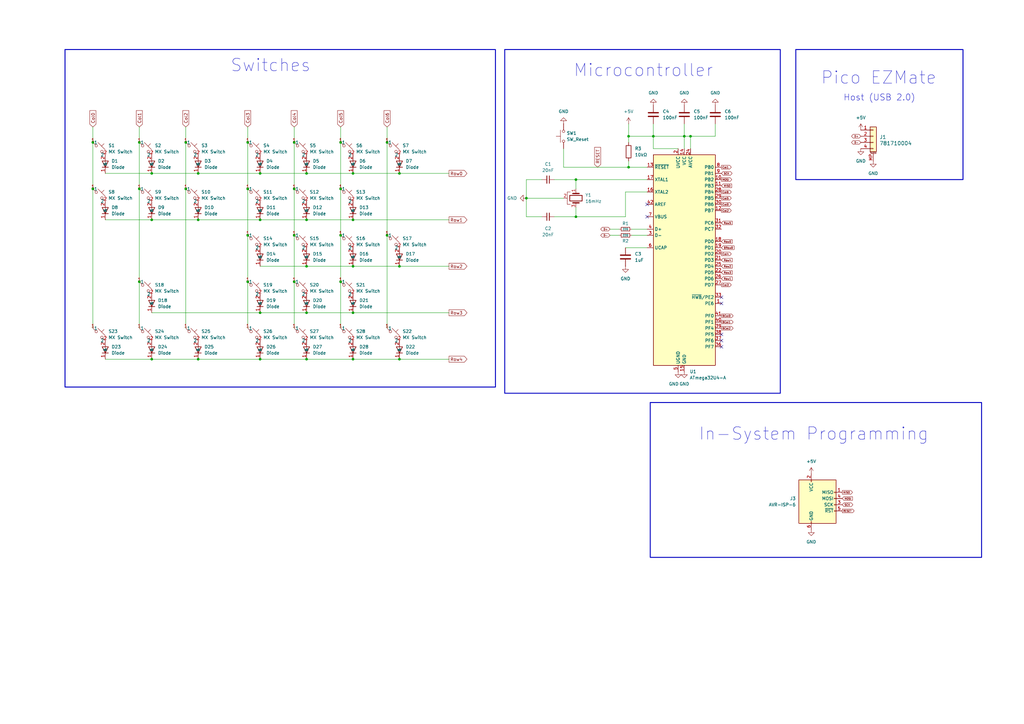
<source format=kicad_sch>
(kicad_sch (version 20231120) (generator "eeschema") (generator_version "8.0")
  (paper "A3")
  (lib_symbols
    (symbol "Connector:AVR-ISP-6" (pin_names (offset 1.016))
      (property "Reference" "J" (at -6.35 11.43 0))
      (property "Value" "AVR-ISP-6" (at 0 11.43 0))
      (symbol "AVR-ISP-6_0_1"
        (rectangle (start -2.667 -6.858) (end -2.413 -7.62))
        (rectangle (start -2.667 10.16) (end -2.413 9.398))
        (rectangle (start 7.62 -2.413) (end 6.858 -2.667))
        (rectangle (start 7.62 0.127) (end 6.858 -0.127))
        (rectangle (start 7.62 2.667) (end 6.858 2.413))
        (rectangle (start 7.62 5.207) (end 6.858 4.953))
        (rectangle (start 7.62 10.16) (end -7.62 -7.62) (stroke (width 0.254)) (fill (type background)))
      )
      (symbol "AVR-ISP-6_1_1"
        (pin passive line (at 10.16 5.08 180) (length 2.54) (name "MISO") (number "1"))
        (pin passive line (at -2.54 12.7 270) (length 2.54) (name "VCC") (number "2"))
        (pin passive line (at 10.16 0 180) (length 2.54) (name "SCK") (number "3"))
        (pin passive line (at 10.16 2.54 180) (length 2.54) (name "MOSI") (number "4"))
        (pin passive line (at 10.16 -2.54 180) (length 2.54) (name "~{RST}") (number "5"))
        (pin passive line (at -2.54 -10.16 90) (length 2.54) (name "GND") (number "6"))
      )
    )
    (symbol "Connector_Generic_MountingPin:Conn_01x04_MountingPin" (pin_names (offset 1.016) hide)
      (property "Reference" "J" (at 0 5.08 0))
      (property "Value" "Conn_01x04_MountingPin" (at 1.27 -7.62 0))
      (symbol "Conn_01x04_MountingPin_1_1"
        (rectangle (start -1.27 -4.953) (end 0 -5.207) (stroke (width 0.1524)))
        (rectangle (start -1.27 -2.413) (end 0 -2.667) (stroke (width 0.1524)))
        (rectangle (start -1.27 0.127) (end 0 -0.127) (stroke (width 0.1524)))
        (rectangle (start -1.27 2.667) (end 0 2.413) (stroke (width 0.1524)))
        (rectangle (start -1.27 3.81) (end 1.27 -6.35) (stroke (width 0.254)) (fill (type background)))
        (polyline (pts (xy -1.016 -7.112) (xy 1.016 -7.112)) (stroke (width 0.1524)))
        (text "Mounting" (at 0 -6.731 0) (effects (font (size 0.381 0.381))))
        (pin passive line (at -5.08 2.54 0) (length 3.81) (name "Pin_1") (number "1"))
        (pin passive line (at -5.08 0 0) (length 3.81) (name "Pin_2") (number "2"))
        (pin passive line (at -5.08 -2.54 0) (length 3.81) (name "Pin_3") (number "3"))
        (pin passive line (at -5.08 -5.08 0) (length 3.81) (name "Pin_4") (number "4"))
        (pin passive line (at 0 -10.16 90) (length 3.048) (name "MountPin") (number "MP"))
      )
    )
    (symbol "Device:C" (pin_numbers hide) (pin_names (offset 0.254))
      (property "Reference" "C" (at 0.635 2.54 0))
      (property "Value" "C" (at 0.635 -2.54 0))
      (symbol "C_0_1"
        (polyline (pts (xy -2.032 -0.762) (xy 2.032 -0.762)) (stroke (width 0.508)))
        (polyline (pts (xy -2.032 0.762) (xy 2.032 0.762)) (stroke (width 0.508)))
      )
      (symbol "C_1_1"
        (pin passive line (at 0 3.81 270) (length 2.794) (name "~") (number "1"))
        (pin passive line (at 0 -3.81 90) (length 2.794) (name "~") (number "2"))
      )
    )
    (symbol "Device:C_Small" (pin_numbers hide) (pin_names (offset 0.254) hide)
      (property "Reference" "C" (at 0.254 1.778 0))
      (property "Value" "C_Small" (at 0.254 -2.032 0))
      (symbol "C_Small_0_1"
        (polyline (pts (xy -1.524 -0.508) (xy 1.524 -0.508)) (stroke (width 0.3302)))
        (polyline (pts (xy -1.524 0.508) (xy 1.524 0.508)) (stroke (width 0.3048)))
      )
      (symbol "C_Small_1_1"
        (pin passive line (at 0 2.54 270) (length 2.032) (name "~") (number "1"))
        (pin passive line (at 0 -2.54 90) (length 2.032) (name "~") (number "2"))
      )
    )
    (symbol "Device:Crystal_GND2" (pin_names (offset 1.016) hide)
      (property "Reference" "Y" (at 0 5.715 0))
      (property "Value" "Crystal_GND2" (at 0 3.81 0))
      (symbol "Crystal_GND2_0_1"
        (rectangle (start -1.143 2.54) (end 1.143 -2.54) (stroke (width 0.3048)))
        (polyline (pts (xy -2.54 0) (xy -1.905 0)))
        (polyline (pts (xy -1.905 -1.27) (xy -1.905 1.27)) (stroke (width 0.508)))
        (polyline (pts (xy 0 -3.81) (xy 0 -3.556)))
        (polyline (pts (xy 1.905 0) (xy 2.54 0)))
        (polyline (pts (xy 1.905 1.27) (xy 1.905 -1.27)) (stroke (width 0.508)))
        (polyline (pts (xy -2.54 -2.286) (xy -2.54 -3.556) (xy 2.54 -3.556) (xy 2.54 -2.286)))
      )
      (symbol "Crystal_GND2_1_1"
        (pin passive line (at -3.81 0 0) (length 1.27) (name "1") (number "1"))
        (pin passive line (at 0 -5.08 90) (length 1.27) (name "2") (number "2"))
        (pin passive line (at 3.81 0 180) (length 1.27) (name "3") (number "3"))
      )
    )
    (symbol "Device:R" (pin_numbers hide) (pin_names (offset 0))
      (property "Reference" "R" (at 2.032 0 90))
      (property "Value" "R" (at 0 0 90))
      (symbol "R_0_1"
        (rectangle (start -1.016 -2.54) (end 1.016 2.54) (stroke (width 0.254)))
      )
      (symbol "R_1_1"
        (pin passive line (at 0 3.81 270) (length 1.27) (name "~") (number "1"))
        (pin passive line (at 0 -3.81 90) (length 1.27) (name "~") (number "2"))
      )
    )
    (symbol "Device:R_Small" (pin_numbers hide) (pin_names (offset 0.254) hide)
      (property "Reference" "R" (at 0.762 0.508 0))
      (property "Value" "R_Small" (at 0.762 -1.016 0))
      (symbol "R_Small_0_1"
        (rectangle (start -0.762 1.778) (end 0.762 -1.778) (stroke (width 0.2032)))
      )
      (symbol "R_Small_1_1"
        (pin passive line (at 0 2.54 270) (length 0.762) (name "~") (number "1"))
        (pin passive line (at 0 -2.54 90) (length 0.762) (name "~") (number "2"))
      )
    )
    (symbol "GND_9" (power) (pin_numbers hide) (pin_names (offset 0) hide)
      (property "Value" "GND" (at 0 -3.81 0))
      (symbol "GND_9_0_1"
        (polyline (pts (xy 0 0) (xy 0 -1.27) (xy 1.27 -1.27) (xy 0 -2.54) (xy -1.27 -1.27) (xy 0 -1.27)))
      )
      (symbol "GND_9_1_1"
        (pin power_in line (at 0 0 270) (length 0) (name "~") (number "1"))
      )
    )
    (symbol "MCU_Microchip_ATmega:ATmega32U4-A"
      (property "Reference" "U" (at -12.7 44.45 0))
      (property "Value" "ATmega32U4-A" (at 2.54 -44.45 0))
      (symbol "ATmega32U4-A_0_1"
        (rectangle (start -12.7 -43.18) (end 12.7 43.18) (stroke (width 0.254)) (fill (type background)))
      )
      (symbol "ATmega32U4-A_1_1"
        (pin bidirectional line (at 15.24 -17.78 180) (length 2.54) (name "PE6") (number "1"))
        (pin bidirectional line (at 15.24 33.02 180) (length 2.54) (name "PB2") (number "10"))
        (pin bidirectional line (at 15.24 30.48 180) (length 2.54) (name "PB3") (number "11"))
        (pin bidirectional line (at 15.24 20.32 180) (length 2.54) (name "PB7") (number "12"))
        (pin input line (at -15.24 38.1 0) (length 2.54) (name "~{RESET}") (number "13"))
        (pin power_in line (at 0 45.72 270) (length 2.54) (name "VCC") (number "14"))
        (pin power_in line (at 0 -45.72 90) (length 2.54) (name "GND") (number "15"))
        (pin output line (at -15.24 27.94 0) (length 2.54) (name "XTAL2") (number "16"))
        (pin input line (at -15.24 33.02 0) (length 2.54) (name "XTAL1") (number "17"))
        (pin bidirectional line (at 15.24 7.62 180) (length 2.54) (name "PD0") (number "18"))
        (pin bidirectional line (at 15.24 5.08 180) (length 2.54) (name "PD1") (number "19"))
        (pin power_in line (at -2.54 45.72 270) (length 2.54) (name "UVCC") (number "2"))
        (pin bidirectional line (at 15.24 2.54 180) (length 2.54) (name "PD2") (number "20"))
        (pin bidirectional line (at 15.24 0 180) (length 2.54) (name "PD3") (number "21"))
        (pin bidirectional line (at 15.24 -5.08 180) (length 2.54) (name "PD5") (number "22"))
        (pin passive line (at 0 -45.72 90) (length 2.54) hide (name "GND") (number "23"))
        (pin power_in line (at 2.54 45.72 270) (length 2.54) (name "AVCC") (number "24"))
        (pin bidirectional line (at 15.24 -2.54 180) (length 2.54) (name "PD4") (number "25"))
        (pin bidirectional line (at 15.24 -7.62 180) (length 2.54) (name "PD6") (number "26"))
        (pin bidirectional line (at 15.24 -10.16 180) (length 2.54) (name "PD7") (number "27"))
        (pin bidirectional line (at 15.24 27.94 180) (length 2.54) (name "PB4") (number "28"))
        (pin bidirectional line (at 15.24 25.4 180) (length 2.54) (name "PB5") (number "29"))
        (pin bidirectional line (at -15.24 10.16 0) (length 2.54) (name "D-") (number "3"))
        (pin bidirectional line (at 15.24 22.86 180) (length 2.54) (name "PB6") (number "30"))
        (pin bidirectional line (at 15.24 15.24 180) (length 2.54) (name "PC6") (number "31"))
        (pin bidirectional line (at 15.24 12.7 180) (length 2.54) (name "PC7") (number "32"))
        (pin bidirectional line (at 15.24 -15.24 180) (length 2.54) (name "~{HWB}/PE2") (number "33"))
        (pin passive line (at 0 45.72 270) (length 2.54) hide (name "VCC") (number "34"))
        (pin passive line (at 0 -45.72 90) (length 2.54) hide (name "GND") (number "35"))
        (pin bidirectional line (at 15.24 -35.56 180) (length 2.54) (name "PF7") (number "36"))
        (pin bidirectional line (at 15.24 -33.02 180) (length 2.54) (name "PF6") (number "37"))
        (pin bidirectional line (at 15.24 -30.48 180) (length 2.54) (name "PF5") (number "38"))
        (pin bidirectional line (at 15.24 -27.94 180) (length 2.54) (name "PF4") (number "39"))
        (pin bidirectional line (at -15.24 12.7 0) (length 2.54) (name "D+") (number "4"))
        (pin bidirectional line (at 15.24 -25.4 180) (length 2.54) (name "PF1") (number "40"))
        (pin bidirectional line (at 15.24 -22.86 180) (length 2.54) (name "PF0") (number "41"))
        (pin passive line (at -15.24 22.86 0) (length 2.54) (name "AREF") (number "42"))
        (pin passive line (at 0 -45.72 90) (length 2.54) hide (name "GND") (number "43"))
        (pin passive line (at 2.54 45.72 270) (length 2.54) hide (name "AVCC") (number "44"))
        (pin passive line (at -2.54 -45.72 90) (length 2.54) (name "UGND") (number "5"))
        (pin passive line (at -15.24 5.08 0) (length 2.54) (name "UCAP") (number "6"))
        (pin input line (at -15.24 17.78 0) (length 2.54) (name "VBUS") (number "7"))
        (pin bidirectional line (at 15.24 38.1 180) (length 2.54) (name "PB0") (number "8"))
        (pin bidirectional line (at 15.24 35.56 180) (length 2.54) (name "PB1") (number "9"))
      )
    )
    (symbol "Switch:SW_Push" (pin_numbers hide) (pin_names (offset 1.016) hide)
      (property "Reference" "SW" (at 1.27 2.54 0))
      (property "Value" "SW_Push" (at 0 -1.524 0))
      (symbol "SW_Push_0_1"
        (circle (center -2.032 0) (radius 0.508))
        (polyline (pts (xy 0 1.27) (xy 0 3.048)))
        (polyline (pts (xy 2.54 1.27) (xy -2.54 1.27)))
        (circle (center 2.032 0) (radius 0.508))
        (pin passive line (at -5.08 0 0) (length 2.54) (name "1") (number "1"))
        (pin passive line (at 5.08 0 180) (length 2.54) (name "2") (number "2"))
      )
    )
    (symbol "power:+5V" (power) (pin_numbers hide) (pin_names (offset 0) hide)
      (property "Value" "+5V" (at 0 3.556 0))
      (symbol "+5V_0_1"
        (polyline (pts (xy -0.762 1.27) (xy 0 2.54)))
        (polyline (pts (xy 0 0) (xy 0 2.54)))
        (polyline (pts (xy 0 2.54) (xy 0.762 1.27)))
      )
      (symbol "+5V_1_1"
        (pin power_in line (at 0 0 90) (length 0) (name "~") (number "1"))
      )
    )
    (symbol "power:GND" (power) (pin_numbers hide) (pin_names (offset 0) hide)
      (property "Value" "GND" (at 0 -3.81 0))
      (symbol "GND_0_1"
        (polyline (pts (xy 0 0) (xy 0 -1.27) (xy 1.27 -1.27) (xy 0 -2.54) (xy -1.27 -1.27) (xy 0 -1.27)))
      )
      (symbol "GND_1_1"
        (pin power_in line (at 0 0 270) (length 0) (name "~") (number "1"))
      )
    )
    (symbol "twangodev:MX_Switch"
      (property "Reference" "S" (at -3.302 8.128 0))
      (property "Value" "MX Switch" (at -3.302 6.096 0))
      (symbol "MX_Switch_0_1"
        (circle (center -1.1684 1.1684) (radius 0.508))
        (polyline (pts (xy -0.508 2.54) (xy 2.54 -0.508)))
        (polyline (pts (xy 1.016 1.016) (xy 2.032 2.032)))
        (polyline (pts (xy -2.54 2.54) (xy -1.524 1.524) (xy -1.524 1.524)))
        (polyline (pts (xy 1.524 -1.524) (xy 2.54 -2.54) (xy 2.54 -2.54) (xy 2.54 -2.54)))
        (circle (center 1.143 -1.1938) (radius 0.508))
        (pin passive line (at -2.54 2.54 0) (length 0) (name "1") (number "1"))
        (pin passive line (at 2.54 -2.54 180) (length 0) (name "2") (number "2"))
      )
    )
    (symbol "twangodev:Switch_Diode"
      (property "Reference" "D" (at -2.286 6.096 0))
      (property "Value" "Diode" (at -2.286 3.556 0))
      (symbol "Switch_Diode_0_1"
        (polyline (pts (xy -1.27 1.27) (xy -1.27 -1.27)) (stroke (width 0.254)))
        (polyline (pts (xy 1.27 0) (xy -1.27 0)))
        (polyline (pts (xy 1.27 1.27) (xy 1.27 -1.27) (xy -1.27 0) (xy 1.27 1.27)) (stroke (width 0.254)))
      )
      (symbol "Switch_Diode_1_1"
        (pin passive line (at -3.81 0 0) (length 2.54) (name "K") (number "1"))
        (pin passive line (at 3.81 0 180) (length 2.54) (name "A") (number "2"))
      )
    )
  )
  (junction (at 125.73 109.22))
  (junction (at 257.81 68.58))
  (junction (at 144.78 128.27))
  (junction (at 139.7 77.47))
  (junction (at 120.65 77.47))
  (junction (at 62.23 147.32))
  (junction (at 57.15 58.42))
  (junction (at 106.68 147.32))
  (junction (at 106.68 71.12))
  (junction (at 139.7 115.57))
  (junction (at 283.21 55.88))
  (junction (at 267.97 55.88))
  (junction (at 81.28 90.17))
  (junction (at 236.22 73.66))
  (junction (at 144.78 109.22))
  (junction (at 120.65 58.42))
  (junction (at 76.2 77.47))
  (junction (at 106.68 128.27))
  (junction (at 101.6 115.57))
  (junction (at 57.15 115.57))
  (junction (at 280.67 55.88))
  (junction (at 106.68 90.17))
  (junction (at 81.28 71.12))
  (junction (at 163.83 109.22))
  (junction (at 158.75 96.52))
  (junction (at 125.73 128.27))
  (junction (at 125.73 147.32))
  (junction (at 120.65 115.57))
  (junction (at 144.78 90.17))
  (junction (at 215.9 81.28))
  (junction (at 101.6 77.47))
  (junction (at 144.78 71.12))
  (junction (at 101.6 58.42))
  (junction (at 62.23 71.12))
  (junction (at 139.7 58.42))
  (junction (at 81.28 147.32))
  (junction (at 76.2 58.42))
  (junction (at 38.1 58.42))
  (junction (at 139.7 96.52))
  (junction (at 257.81 55.88))
  (junction (at 62.23 90.17))
  (junction (at 57.15 77.47))
  (junction (at 144.78 147.32))
  (junction (at 38.1 77.47))
  (junction (at 125.73 71.12))
  (junction (at 120.65 96.52))
  (junction (at 163.83 147.32))
  (junction (at 125.73 90.17))
  (junction (at 236.22 88.9))
  (junction (at 101.6 96.52))
  (junction (at 163.83 71.12))
  (junction (at 158.75 58.42))
  (no_connect (at 265.43 83.82))
  (no_connect (at 295.91 124.46))
  (no_connect (at 295.91 121.92))
  (no_connect (at 295.91 139.7))
  (no_connect (at 265.43 88.9))
  (no_connect (at 295.91 137.16))
  (no_connect (at 295.91 142.24))
  (wire (pts (xy 62.23 128.27) (xy 106.68 128.27)))
  (wire (pts (xy 158.75 96.52) (xy 158.75 134.62)))
  (wire (pts (xy 283.21 55.88) (xy 283.21 60.96)))
  (wire (pts (xy 81.28 147.32) (xy 106.68 147.32)))
  (wire (pts (xy 158.75 52.07) (xy 158.75 58.42)))
  (wire (pts (xy 215.9 88.9) (xy 215.9 81.28)))
  (wire (pts (xy 293.37 50.8) (xy 293.37 55.88)))
  (wire (pts (xy 125.73 71.12) (xy 144.78 71.12)))
  (wire (pts (xy 144.78 90.17) (xy 184.15 90.17)))
  (wire (pts (xy 257.81 50.8) (xy 257.81 55.88)))
  (wire (pts (xy 81.28 71.12) (xy 106.68 71.12)))
  (wire (pts (xy 125.73 109.22) (xy 144.78 109.22)))
  (wire (pts (xy 222.25 88.9) (xy 215.9 88.9)))
  (wire (pts (xy 106.68 90.17) (xy 125.73 90.17)))
  (wire (pts (xy 163.83 109.22) (xy 184.15 109.22)))
  (wire (pts (xy 231.14 68.58) (xy 231.14 60.96)))
  (wire (pts (xy 256.54 88.9) (xy 256.54 78.74)))
  (wire (pts (xy 257.81 68.58) (xy 231.14 68.58)))
  (wire (pts (xy 236.22 73.66) (xy 236.22 77.47)))
  (wire (pts (xy 38.1 77.47) (xy 38.1 134.62)))
  (wire (pts (xy 57.15 115.57) (xy 57.15 134.62)))
  (wire (pts (xy 227.33 88.9) (xy 236.22 88.9)))
  (wire (pts (xy 120.65 52.07) (xy 120.65 58.42)))
  (wire (pts (xy 280.67 55.88) (xy 280.67 60.96)))
  (wire (pts (xy 106.68 71.12) (xy 125.73 71.12)))
  (wire (pts (xy 106.68 128.27) (xy 125.73 128.27)))
  (wire (pts (xy 139.7 77.47) (xy 139.7 96.52)))
  (wire (pts (xy 120.65 115.57) (xy 120.65 134.62)))
  (wire (pts (xy 267.97 50.8) (xy 267.97 55.88)))
  (wire (pts (xy 43.18 147.32) (xy 62.23 147.32)))
  (wire (pts (xy 257.81 66.04) (xy 257.81 68.58)))
  (wire (pts (xy 144.78 128.27) (xy 184.15 128.27)))
  (wire (pts (xy 144.78 147.32) (xy 163.83 147.32)))
  (wire (pts (xy 227.33 73.66) (xy 236.22 73.66)))
  (wire (pts (xy 257.81 55.88) (xy 267.97 55.88)))
  (wire (pts (xy 293.37 55.88) (xy 283.21 55.88)))
  (wire (pts (xy 236.22 73.66) (xy 265.43 73.66)))
  (wire (pts (xy 139.7 96.52) (xy 139.7 115.57)))
  (wire (pts (xy 144.78 71.12) (xy 163.83 71.12)))
  (wire (pts (xy 280.67 50.8) (xy 280.67 55.88)))
  (wire (pts (xy 101.6 96.52) (xy 101.6 115.57)))
  (wire (pts (xy 106.68 147.32) (xy 125.73 147.32)))
  (wire (pts (xy 76.2 77.47) (xy 76.2 134.62)))
  (wire (pts (xy 120.65 77.47) (xy 120.65 96.52)))
  (wire (pts (xy 43.18 71.12) (xy 62.23 71.12)))
  (wire (pts (xy 120.65 96.52) (xy 120.65 115.57)))
  (wire (pts (xy 158.75 58.42) (xy 158.75 96.52)))
  (wire (pts (xy 215.9 81.28) (xy 231.14 81.28)))
  (wire (pts (xy 280.67 55.88) (xy 267.97 55.88)))
  (wire (pts (xy 101.6 115.57) (xy 101.6 134.62)))
  (wire (pts (xy 76.2 58.42) (xy 76.2 77.47)))
  (wire (pts (xy 81.28 90.17) (xy 106.68 90.17)))
  (wire (pts (xy 101.6 52.07) (xy 101.6 58.42)))
  (wire (pts (xy 163.83 71.12) (xy 184.15 71.12)))
  (wire (pts (xy 139.7 58.42) (xy 139.7 77.47)))
  (wire (pts (xy 250.19 93.98) (xy 254 93.98)))
  (wire (pts (xy 62.23 147.32) (xy 81.28 147.32)))
  (wire (pts (xy 236.22 85.09) (xy 236.22 88.9)))
  (wire (pts (xy 57.15 58.42) (xy 57.15 77.47)))
  (wire (pts (xy 215.9 73.66) (xy 215.9 81.28)))
  (wire (pts (xy 62.23 90.17) (xy 81.28 90.17)))
  (wire (pts (xy 259.08 96.52) (xy 265.43 96.52)))
  (wire (pts (xy 57.15 77.47) (xy 57.15 115.57)))
  (wire (pts (xy 43.18 90.17) (xy 62.23 90.17)))
  (wire (pts (xy 256.54 78.74) (xy 265.43 78.74)))
  (wire (pts (xy 125.73 90.17) (xy 144.78 90.17)))
  (wire (pts (xy 38.1 58.42) (xy 38.1 77.47)))
  (wire (pts (xy 257.81 55.88) (xy 257.81 58.42)))
  (wire (pts (xy 267.97 60.96) (xy 278.13 60.96)))
  (wire (pts (xy 259.08 93.98) (xy 265.43 93.98)))
  (wire (pts (xy 256.54 101.6) (xy 265.43 101.6)))
  (wire (pts (xy 283.21 55.88) (xy 280.67 55.88)))
  (wire (pts (xy 139.7 115.57) (xy 139.7 134.62)))
  (wire (pts (xy 57.15 52.07) (xy 57.15 58.42)))
  (wire (pts (xy 125.73 128.27) (xy 144.78 128.27)))
  (wire (pts (xy 257.81 68.58) (xy 265.43 68.58)))
  (wire (pts (xy 38.1 52.07) (xy 38.1 58.42)))
  (wire (pts (xy 62.23 71.12) (xy 81.28 71.12)))
  (wire (pts (xy 139.7 52.07) (xy 139.7 58.42)))
  (wire (pts (xy 125.73 147.32) (xy 144.78 147.32)))
  (wire (pts (xy 236.22 88.9) (xy 256.54 88.9)))
  (wire (pts (xy 106.68 109.22) (xy 125.73 109.22)))
  (wire (pts (xy 222.25 73.66) (xy 215.9 73.66)))
  (wire (pts (xy 101.6 58.42) (xy 101.6 77.47)))
  (wire (pts (xy 76.2 52.07) (xy 76.2 58.42)))
  (wire (pts (xy 120.65 58.42) (xy 120.65 77.47)))
  (wire (pts (xy 163.83 147.32) (xy 184.15 147.32)))
  (wire (pts (xy 250.19 96.52) (xy 254 96.52)))
  (wire (pts (xy 144.78 109.22) (xy 163.83 109.22)))
  (wire (pts (xy 101.6 77.47) (xy 101.6 96.52)))
  (wire (pts (xy 267.97 55.88) (xy 267.97 60.96)))
  (rectangle (start 266.7 165.1) (end 402.59 228.6) (stroke (width 0.381)))
  (rectangle (start 326.39 20.32) (end 394.97 73.66) (stroke (width 0.381)))
  (rectangle (start 26.67 20.32) (end 203.2 158.75) (stroke (width 0.381)))
  (rectangle (start 207.01 20.32) (end 320.04 161.29) (stroke (width 0.381)))
  (text "In-System Programming" (at 333.756 178.054 0) (effects (font (size 5.08 5.08))))
  (text "Microcontroller" (at 263.906 28.956 0) (effects (font (size 5.08 5.08))))
  (text "Switches" (at 110.998 26.924 0) (effects (font (size 5.08 5.08))))
  (text "Host (USB 2.0)" (at 360.68 40.132 0) (effects (font (size 2.54 2.54))))
  (text "Pico EZMate" (at 360.426 32.004 0) (effects (font (size 5.08 5.08))))
  (global_label "Col0" (shape input) (at 38.1 52.07 90) (property "Intersheetrefs" "${INTERSHEET_REFS}" (effects (hide yes))))
  (global_label "Col2" (shape input) (at 76.2 52.07 90) (property "Intersheetrefs" "${INTERSHEET_REFS}" (effects (hide yes))))
  (global_label "Row0" (shape input) (at 295.91 99.06 0) (effects (font (size 0.762 0.762))) (property "Intersheetrefs" "${INTERSHEET_REFS}" (effects (hide yes))))
  (global_label "Col3" (shape output) (at 295.91 116.84 0) (effects (font (size 0.762 0.762))) (property "Intersheetrefs" "${INTERSHEET_REFS}" (effects (hide yes))))
  (global_label "Col6" (shape input) (at 158.75 52.07 90) (property "Intersheetrefs" "${INTERSHEET_REFS}" (effects (hide yes))))
  (global_label "BRow0" (shape input) (at 295.91 101.6 0) (effects (font (size 0.762 0.762))) (property "Intersheetrefs" "${INTERSHEET_REFS}" (effects (hide yes))))
  (global_label "Row1" (shape input) (at 295.91 114.3 0) (effects (font (size 0.762 0.762))) (property "Intersheetrefs" "${INTERSHEET_REFS}" (effects (hide yes))))
  (global_label "Col3" (shape input) (at 101.6 52.07 90) (property "Intersheetrefs" "${INTERSHEET_REFS}" (effects (hide yes))))
  (global_label "MISO" (shape input) (at 295.91 76.2 0) (effects (font (size 0.762 0.762))) (property "Intersheetrefs" "${INTERSHEET_REFS}" (effects (hide yes))))
  (global_label "Row1" (shape output) (at 184.15 90.17 0) (property "Intersheetrefs" "${INTERSHEET_REFS}" (effects (hide yes))))
  (global_label "SCK" (shape bidirectional) (at 295.91 71.12 0) (effects (font (size 0.762 0.762))) (property "Intersheetrefs" "${INTERSHEET_REFS}" (effects (hide yes))))
  (global_label "Col1" (shape output) (at 295.91 68.58 0) (effects (font (size 0.762 0.762))) (property "Intersheetrefs" "${INTERSHEET_REFS}" (effects (hide yes))))
  (global_label "Row5" (shape input) (at 295.91 91.44 0) (effects (font (size 0.762 0.762))) (property "Intersheetrefs" "${INTERSHEET_REFS}" (effects (hide yes))))
  (global_label "RESET" (shape output) (at 345.44 209.55 0) (effects (font (size 0.762 0.762))) (property "Intersheetrefs" "${INTERSHEET_REFS}" (effects (hide yes))))
  (global_label "MISO" (shape output) (at 345.44 201.93 0) (effects (font (size 0.762 0.762))) (property "Intersheetrefs" "${INTERSHEET_REFS}" (effects (hide yes))))
  (global_label "Col6" (shape output) (at 295.91 78.74 0) (effects (font (size 0.762 0.762))) (property "Intersheetrefs" "${INTERSHEET_REFS}" (effects (hide yes))))
  (global_label "Row3" (shape input) (at 295.91 111.76 0) (effects (font (size 0.762 0.762))) (property "Intersheetrefs" "${INTERSHEET_REFS}" (effects (hide yes))))
  (global_label "BCol0" (shape output) (at 295.91 129.54 0) (effects (font (size 0.762 0.762))) (property "Intersheetrefs" "${INTERSHEET_REFS}" (effects (hide yes))))
  (global_label "Col2" (shape output) (at 295.91 86.36 0) (effects (font (size 0.762 0.762))) (property "Intersheetrefs" "${INTERSHEET_REFS}" (effects (hide yes))))
  (global_label "Row2" (shape input) (at 295.91 109.22 0) (effects (font (size 0.762 0.762))) (property "Intersheetrefs" "${INTERSHEET_REFS}" (effects (hide yes))))
  (global_label "BCol2" (shape output) (at 295.91 134.62 0) (effects (font (size 0.762 0.762))) (property "Intersheetrefs" "${INTERSHEET_REFS}" (effects (hide yes))))
  (global_label "Row2" (shape output) (at 184.15 109.22 0) (property "Intersheetrefs" "${INTERSHEET_REFS}" (effects (hide yes))))
  (global_label "MOSI" (shape output) (at 295.91 73.66 0) (effects (font (size 0.762 0.762))) (property "Intersheetrefs" "${INTERSHEET_REFS}" (effects (hide yes))))
  (global_label "BCol1" (shape output) (at 295.91 132.08 0) (effects (font (size 0.762 0.762))) (property "Intersheetrefs" "${INTERSHEET_REFS}" (effects (hide yes))))
  (global_label "Row4" (shape input) (at 295.91 106.68 0) (effects (font (size 0.762 0.762))) (property "Intersheetrefs" "${INTERSHEET_REFS}" (effects (hide yes))))
  (global_label "Col4" (shape output) (at 295.91 104.14 0) (effects (font (size 0.762 0.762))) (property "Intersheetrefs" "${INTERSHEET_REFS}" (effects (hide yes))))
  (global_label "SCK" (shape bidirectional) (at 345.44 207.01 0) (effects (font (size 0.762 0.762))) (property "Intersheetrefs" "${INTERSHEET_REFS}" (effects (hide yes))))
  (global_label "Row3" (shape output) (at 184.15 128.27 0) (property "Intersheetrefs" "${INTERSHEET_REFS}" (effects (hide yes))))
  (global_label "D+" (shape bidirectional) (at 250.19 93.98 180) (effects (font (size 0.762 0.762))) (property "Intersheetrefs" "${INTERSHEET_REFS}" (effects (hide yes))))
  (global_label "Col4" (shape input) (at 120.65 52.07 90) (property "Intersheetrefs" "${INTERSHEET_REFS}" (effects (hide yes))))
  (global_label "MOSI" (shape input) (at 345.44 204.47 0) (effects (font (size 0.762 0.762))) (property "Intersheetrefs" "${INTERSHEET_REFS}" (effects (hide yes))))
  (global_label "D-" (shape bidirectional) (at 250.19 96.52 180) (effects (font (size 0.762 0.762))) (property "Intersheetrefs" "${INTERSHEET_REFS}" (effects (hide yes))))
  (global_label "Col5" (shape input) (at 139.7 52.07 90) (property "Intersheetrefs" "${INTERSHEET_REFS}" (effects (hide yes))))
  (global_label "Col5" (shape output) (at 295.91 81.28 0) (effects (font (size 0.762 0.762))) (property "Intersheetrefs" "${INTERSHEET_REFS}" (effects (hide yes))))
  (global_label "Row4" (shape output) (at 184.15 147.32 0) (property "Intersheetrefs" "${INTERSHEET_REFS}" (effects (hide yes))))
  (global_label "RESET" (shape input) (at 245.11 68.58 90) (property "Intersheetrefs" "${INTERSHEET_REFS}" (effects (hide yes))))
  (global_label "D-" (shape bidirectional) (at 353.06 58.42 180) (effects (font (size 0.762 0.762))) (property "Intersheetrefs" "${INTERSHEET_REFS}" (effects (hide yes))))
  (global_label "Row0" (shape output) (at 184.15 71.12 0) (property "Intersheetrefs" "${INTERSHEET_REFS}" (effects (hide yes))))
  (global_label "D+" (shape bidirectional) (at 353.06 55.88 180) (effects (font (size 0.762 0.762))) (property "Intersheetrefs" "${INTERSHEET_REFS}" (effects (hide yes))))
  (global_label "Col1" (shape input) (at 57.15 52.07 90) (property "Intersheetrefs" "${INTERSHEET_REFS}" (effects (hide yes))))
  (global_label "Col0" (shape output) (at 295.91 83.82 0) (effects (font (size 0.762 0.762))) (property "Intersheetrefs" "${INTERSHEET_REFS}" (effects (hide yes))))
  (symbol (lib_id "twangodev:Switch_Diode") (at 81.28 143.51 90) (unit 1)
    (property "Reference" "D25" (at 83.82 142.2399 90) (effects (justify right)))
    (property "Value" "Diode" (at 83.82 144.7799 90) (effects (justify right)))
    (property "Footprint" "Diode_SMD:D_SOD-123" (effects (hide yes)))
  )
  (symbol (lib_id "power:GND") (at 256.54 109.22 0) (unit 1)
    (property "Reference" "#PWR05" (effects (hide yes)))
    (property "Value" "GND" (at 256.54 114.3 0))
    (property "Description" "Power symbol creates a global label with name \"GND\" , ground" (effects (hide yes)))
  )
  (symbol (lib_id "twangodev:Switch_Diode") (at 106.68 86.36 90) (unit 1)
    (property "Reference" "D11" (at 109.22 85.0899 90) (effects (justify right)))
    (property "Value" "Diode" (at 109.22 87.6299 90) (effects (justify right)))
    (property "Footprint" "Diode_SMD:D_SOD-123" (effects (hide yes)))
  )
  (symbol (lib_id "Device:C_Small") (at 224.79 73.66 270) (unit 1)
    (property "Reference" "C1" (at 224.7836 67.31 90))
    (property "Value" "20nF" (at 224.7836 69.85 90))
    (property "Footprint" "Capacitor_SMD:C_0603_1608Metric" (effects (hide yes)))
    (property "Description" "Unpolarized capacitor, small symbol" (effects (hide yes)))
    (property "LCSC Part Number" "C282065" (effects (hide yes)))
  )
  (symbol (lib_id "twangodev:Switch_Diode") (at 163.83 143.51 90) (unit 1)
    (property "Reference" "D22" (at 166.37 142.2399 90) (effects (justify right)))
    (property "Value" "Diode" (at 166.37 144.7799 90) (effects (justify right)))
    (property "Footprint" "Diode_SMD:D_SOD-123" (effects (hide yes)))
  )
  (symbol (lib_id "twangodev:Switch_Diode") (at 144.78 86.36 90) (unit 1)
    (property "Reference" "D13" (at 147.32 85.0899 90) (effects (justify right)))
    (property "Value" "Diode" (at 147.32 87.6299 90) (effects (justify right)))
    (property "Footprint" "Diode_SMD:D_SOD-123" (effects (hide yes)))
  )
  (symbol (lib_name "GND_9") (lib_id "power:GND") (at 332.74 217.17 0) (unit 1)
    (property "Reference" "#PWR013" (effects (hide yes)))
    (property "Value" "GND" (at 332.74 222.25 0))
    (property "Description" "Power symbol creates a global label with name \"GND\" , ground" (effects (hide yes)))
  )
  (symbol (lib_id "Device:R_Small") (at 256.54 96.52 90) (unit 1)
    (property "Reference" "R2" (at 256.54 98.806 90))
    (property "Value" "22Ω" (at 256.54 96.52 90) (effects (font (size 0.762 0.762))))
    (property "Footprint" "Resistor_SMD:R_0603_1608Metric" (effects (hide yes)))
    (property "Description" "Resistor, small symbol" (effects (hide yes)))
    (property "LCSC Part Number" "C107701" (effects (hide yes)))
  )
  (symbol (lib_id "twangodev:Switch_Diode") (at 163.83 67.31 90) (unit 1)
    (property "Reference" "D7" (at 166.37 66.0399 90) (effects (justify right)))
    (property "Value" "Diode" (at 166.37 68.5799 90) (effects (justify right)))
    (property "Footprint" "Diode_SMD:D_SOD-123" (effects (hide yes)))
  )
  (symbol (lib_id "power:GND") (at 280.67 43.18 180) (unit 1)
    (property "Reference" "#PWR09" (effects (hide yes)))
    (property "Value" "GND" (at 280.67 38.1 0))
    (property "Description" "Power symbol creates a global label with name \"GND\" , ground" (effects (hide yes)))
  )
  (symbol (lib_id "twangodev:Switch_Diode") (at 81.28 67.31 90) (unit 1)
    (property "Reference" "D3" (at 83.82 66.0399 90) (effects (justify right)))
    (property "Value" "Diode" (at 83.82 68.5799 90) (effects (justify right)))
    (property "Footprint" "Diode_SMD:D_SOD-123" (effects (hide yes)))
  )
  (symbol (lib_id "twangodev:MX_Switch") (at 123.19 99.06 0) (unit 1)
    (property "Reference" "S15" (at 127 97.7899 0) (effects (justify left)))
    (property "Value" "MX Switch" (at 127 100.3299 0) (effects (justify left)))
    (property "Footprint" "Button_Switch_Keyboard:SW_Cherry_MX_1.00u_PCB" (effects (hide yes)))
  )
  (symbol (lib_id "Device:Crystal_GND2") (at 236.22 81.28 270) (unit 1)
    (property "Reference" "Y1" (at 240.03 80.0099 90) (effects (justify left)))
    (property "Value" "16mHz" (at 240.03 82.5499 90) (effects (justify left)))
    (property "Footprint" "Crystal:Crystal_SMD_3225-4Pin_3.2x2.5mm" (effects (hide yes)))
    (property "Description" "Three pin crystal, GND on pin 2" (effects (hide yes)))
    (property "LCSC Part Number" "C13738" (effects (hide yes)))
  )
  (symbol (lib_id "power:+5V") (at 332.74 194.31 0) (unit 1)
    (property "Reference" "#PWR012" (effects (hide yes)))
    (property "Value" "+5V" (at 332.74 189.23 0))
    (property "Description" "Power symbol creates a global label with name \"+5V\"" (effects (hide yes)))
  )
  (symbol (lib_id "Connector_Generic_MountingPin:Conn_01x04_MountingPin") (at 358.14 55.88 0) (unit 1)
    (property "Reference" "J1" (at 360.68 56.2355 0) (effects (font (size 1.524 1.524)) (justify left)))
    (property "Value" "781710004" (at 360.68 58.7755 0) (effects (font (size 1.524 1.524)) (justify left)))
    (property "Footprint" "Connector_Molex:Molex_Pico-EZmate_78171-0004_1x04-1MP_P1.20mm_Vertical" (effects (hide yes)))
    (property "Description" "Generic connectable mounting pin connector, single row, 01x04, script generated (kicad-library-utils/schlib/autogen/connector/)" (effects (hide yes)))
  )
  (symbol (lib_id "twangodev:Switch_Diode") (at 106.68 143.51 90) (unit 1)
    (property "Reference" "D26" (at 109.22 142.2399 90) (effects (justify right)))
    (property "Value" "Diode" (at 109.22 144.7799 90) (effects (justify right)))
    (property "Footprint" "Diode_SMD:D_SOD-123" (effects (hide yes)))
  )
  (symbol (lib_id "twangodev:MX_Switch") (at 40.64 60.96 0) (unit 1)
    (property "Reference" "S1" (at 44.45 59.6899 0) (effects (justify left)))
    (property "Value" "MX Switch" (at 44.45 62.2299 0) (effects (justify left)))
    (property "Footprint" "Button_Switch_Keyboard:SW_Cherry_MX_1.00u_PCB" (effects (hide yes)))
  )
  (symbol (lib_id "Device:C") (at 280.67 46.99 0) (unit 1)
    (property "Reference" "C5" (at 284.48 45.7199 0) (effects (justify left)))
    (property "Value" "100nF" (at 284.48 48.2599 0) (effects (justify left)))
    (property "Footprint" "Capacitor_SMD:C_0402_1005Metric" (effects (hide yes)))
    (property "Description" "Unpolarized capacitor" (effects (hide yes)))
    (property "LCSC Part Number" "C513772" (effects (hide yes)))
  )
  (symbol (lib_id "twangodev:MX_Switch") (at 104.14 80.01 0) (unit 1)
    (property "Reference" "S11" (at 107.95 78.7399 0) (effects (justify left)))
    (property "Value" "MX Switch" (at 107.95 81.2799 0) (effects (justify left)))
    (property "Footprint" "Button_Switch_Keyboard:SW_Cherry_MX_1.00u_PCB" (effects (hide yes)))
  )
  (symbol (lib_id "twangodev:Switch_Diode") (at 106.68 124.46 90) (unit 1)
    (property "Reference" "D19" (at 109.22 123.1899 90) (effects (justify right)))
    (property "Value" "Diode" (at 109.22 125.7299 90) (effects (justify right)))
    (property "Footprint" "Diode_SMD:D_SOD-123" (effects (hide yes)))
  )
  (symbol (lib_id "twangodev:Switch_Diode") (at 125.73 86.36 90) (unit 1)
    (property "Reference" "D12" (at 128.27 85.0899 90) (effects (justify right)))
    (property "Value" "Diode" (at 128.27 87.6299 90) (effects (justify right)))
    (property "Footprint" "Diode_SMD:D_SOD-123" (effects (hide yes)))
  )
  (symbol (lib_id "twangodev:Switch_Diode") (at 81.28 86.36 90) (unit 1)
    (property "Reference" "D10" (at 83.82 85.0899 90) (effects (justify right)))
    (property "Value" "Diode" (at 83.82 87.6299 90) (effects (justify right)))
    (property "Footprint" "Diode_SMD:D_SOD-123" (effects (hide yes)))
  )
  (symbol (lib_id "power:+5V") (at 257.81 50.8 0) (unit 1)
    (property "Reference" "#PWR06" (effects (hide yes)))
    (property "Value" "+5V" (at 257.81 45.72 0))
    (property "Description" "Power symbol creates a global label with name \"+5V\"" (effects (hide yes)))
  )
  (symbol (lib_id "twangodev:MX_Switch") (at 104.14 118.11 0) (unit 1)
    (property "Reference" "S19" (at 107.95 116.8399 0) (effects (justify left)))
    (property "Value" "MX Switch" (at 107.95 119.3799 0) (effects (justify left)))
    (property "Footprint" "Button_Switch_Keyboard:SW_Cherry_MX_1.00u_PCB" (effects (hide yes)))
  )
  (symbol (lib_id "Connector:AVR-ISP-6") (at 335.28 207.01 0) (unit 1)
    (property "Reference" "J3" (at 326.39 204.4699 0) (effects (justify right)))
    (property "Value" "AVR-ISP-6" (at 326.39 207.0099 0) (effects (justify right)))
    (property "Footprint" "Connector_PinHeader_2.54mm:PinHeader_2x03_P2.54mm_Vertical" (effects (hide yes)))
    (property "Description" "Atmel 6-pin ISP connector" (effects (hide yes)))
  )
  (symbol (lib_id "twangodev:MX_Switch") (at 123.19 80.01 0) (unit 1)
    (property "Reference" "S12" (at 127 78.7399 0) (effects (justify left)))
    (property "Value" "MX Switch" (at 127 81.2799 0) (effects (justify left)))
    (property "Footprint" "Button_Switch_Keyboard:SW_Cherry_MX_1.00u_PCB" (effects (hide yes)))
  )
  (symbol (lib_id "power:GND") (at 353.06 60.96 0) (unit 1)
    (property "Reference" "#PWR02" (effects (hide yes)))
    (property "Value" "GND" (at 353.06 66.04 0))
    (property "Description" "Power symbol creates a global label with name \"GND\" , ground" (effects (hide yes)))
  )
  (symbol (lib_id "power:GND") (at 231.14 50.8 180) (unit 1)
    (property "Reference" "#PWR04" (effects (hide yes)))
    (property "Value" "GND" (at 231.14 45.72 0))
    (property "Description" "Power symbol creates a global label with name \"GND\" , ground" (effects (hide yes)))
  )
  (symbol (lib_id "power:GND") (at 293.37 43.18 180) (unit 1)
    (property "Reference" "#PWR011" (effects (hide yes)))
    (property "Value" "GND" (at 293.37 38.1 0))
    (property "Description" "Power symbol creates a global label with name \"GND\" , ground" (effects (hide yes)))
  )
  (symbol (lib_id "twangodev:MX_Switch") (at 142.24 60.96 0) (unit 1)
    (property "Reference" "S6" (at 146.05 59.6899 0) (effects (justify left)))
    (property "Value" "MX Switch" (at 146.05 62.2299 0) (effects (justify left)))
    (property "Footprint" "Button_Switch_Keyboard:SW_Cherry_MX_1.00u_PCB" (effects (hide yes)))
  )
  (symbol (lib_id "twangodev:MX_Switch") (at 161.29 137.16 0) (unit 1)
    (property "Reference" "S22" (at 165.1 135.8899 0) (effects (justify left)))
    (property "Value" "MX Switch" (at 165.1 138.4299 0) (effects (justify left)))
    (property "Footprint" "Button_Switch_Keyboard:SW_Cherry_MX_2.00u_Vertical_PCB" (effects (hide yes)))
  )
  (symbol (lib_id "twangodev:MX_Switch") (at 142.24 118.11 0) (unit 1)
    (property "Reference" "S21" (at 146.05 116.8399 0) (effects (justify left)))
    (property "Value" "MX Switch" (at 146.05 119.3799 0) (effects (justify left)))
    (property "Footprint" "Button_Switch_Keyboard:SW_Cherry_MX_1.00u_PCB" (effects (hide yes)))
  )
  (symbol (lib_id "twangodev:Switch_Diode") (at 62.23 67.31 90) (unit 1)
    (property "Reference" "D2" (at 64.77 66.0399 90) (effects (justify right)))
    (property "Value" "Diode" (at 64.77 68.5799 90) (effects (justify right)))
    (property "Footprint" "Diode_SMD:D_SOD-123" (effects (hide yes)))
  )
  (symbol (lib_id "twangodev:Switch_Diode") (at 144.78 105.41 90) (unit 1)
    (property "Reference" "D16" (at 147.32 104.1399 90) (effects (justify right)))
    (property "Value" "Diode" (at 147.32 106.6799 90) (effects (justify right)))
    (property "Footprint" "Diode_SMD:D_SOD-123" (effects (hide yes)))
  )
  (symbol (lib_id "twangodev:MX_Switch") (at 123.19 118.11 0) (unit 1)
    (property "Reference" "S20" (at 127 116.8399 0) (effects (justify left)))
    (property "Value" "MX Switch" (at 127 119.3799 0) (effects (justify left)))
    (property "Footprint" "Button_Switch_Keyboard:SW_Cherry_MX_1.00u_PCB" (effects (hide yes)))
  )
  (symbol (lib_id "twangodev:Switch_Diode") (at 43.18 143.51 90) (unit 1)
    (property "Reference" "D23" (at 45.72 142.2399 90) (effects (justify right)))
    (property "Value" "Diode" (at 45.72 144.7799 90) (effects (justify right)))
    (property "Footprint" "Diode_SMD:D_SOD-123" (effects (hide yes)))
  )
  (symbol (lib_id "MCU_Microchip_ATmega:ATmega32U4-A") (at 280.67 106.68 0) (unit 1)
    (property "Reference" "U1" (at 282.8641 152.4 0) (effects (justify left)))
    (property "Value" "ATmega32U4-A" (at 282.8641 154.94 0) (effects (justify left)))
    (property "Footprint" "Package_QFP:TQFP-44_10x10mm_P0.8mm" (effects (hide yes)))
    (property "Datasheet" "http://ww1.microchip.com/downloads/en/DeviceDoc/Atmel-7766-8-bit-AVR-ATmega16U4-32U4_Datasheet.pdf" (effects (hide yes)))
    (property "Description" "16MHz, 32kB Flash, 2.5kB SRAM, 1kB EEPROM, USB 2.0, TQFP-44" (effects (hide yes)))
    (property "LCSC Part Number" "C44854" (effects (hide yes)))
  )
  (symbol (lib_id "twangodev:MX_Switch") (at 40.64 80.01 0) (unit 1)
    (property "Reference" "S8" (at 44.45 78.7399 0) (effects (justify left)))
    (property "Value" "MX Switch" (at 44.45 81.2799 0) (effects (justify left)))
    (property "Footprint" "Button_Switch_Keyboard:SW_Cherry_MX_1.00u_PCB" (effects (hide yes)))
  )
  (symbol (lib_id "twangodev:MX_Switch") (at 78.74 80.01 0) (unit 1)
    (property "Reference" "S10" (at 82.55 78.7399 0) (effects (justify left)))
    (property "Value" "MX Switch" (at 82.55 81.2799 0) (effects (justify left)))
    (property "Footprint" "Button_Switch_Keyboard:SW_Cherry_MX_1.00u_PCB" (effects (hide yes)))
  )
  (symbol (lib_id "twangodev:Switch_Diode") (at 106.68 105.41 90) (unit 1)
    (property "Reference" "D14" (at 109.22 104.1399 90) (effects (justify right)))
    (property "Value" "Diode" (at 109.22 106.6799 90) (effects (justify right)))
    (property "Footprint" "Diode_SMD:D_SOD-123" (effects (hide yes)))
  )
  (symbol (lib_id "twangodev:MX_Switch") (at 104.14 137.16 0) (unit 1)
    (property "Reference" "S26" (at 107.95 135.8899 0) (effects (justify left)))
    (property "Value" "MX Switch" (at 107.95 138.4299 0) (effects (justify left)))
    (property "Footprint" "Button_Switch_Keyboard:SW_Cherry_MX_1.00u_PCB" (effects (hide yes)))
  )
  (symbol (lib_id "twangodev:Switch_Diode") (at 62.23 143.51 90) (unit 1)
    (property "Reference" "D24" (at 64.77 142.2399 90) (effects (justify right)))
    (property "Value" "Diode" (at 64.77 144.7799 90) (effects (justify right)))
    (property "Footprint" "Diode_SMD:D_SOD-123" (effects (hide yes)))
  )
  (symbol (lib_id "Device:C") (at 256.54 105.41 0) (unit 1)
    (property "Reference" "C3" (at 260.35 104.1399 0) (effects (justify left)))
    (property "Value" "1uF" (at 260.35 106.6799 0) (effects (justify left)))
    (property "Footprint" "Capacitor_SMD:C_0603_1608Metric" (effects (hide yes)))
    (property "Description" "Unpolarized capacitor" (effects (hide yes)))
    (property "LCSC Part Number" "C5189821" (effects (hide yes)))
  )
  (symbol (lib_id "twangodev:Switch_Diode") (at 125.73 143.51 90) (unit 1)
    (property "Reference" "D27" (at 128.27 142.2399 90) (effects (justify right)))
    (property "Value" "Diode" (at 128.27 144.7799 90) (effects (justify right)))
    (property "Footprint" "Diode_SMD:D_SOD-123" (effects (hide yes)))
  )
  (symbol (lib_id "Device:C") (at 267.97 46.99 0) (unit 1)
    (property "Reference" "C4" (at 271.78 45.7199 0) (effects (justify left)))
    (property "Value" "100nF" (at 271.78 48.2599 0) (effects (justify left)))
    (property "Footprint" "Capacitor_SMD:C_0402_1005Metric" (effects (hide yes)))
    (property "Description" "Unpolarized capacitor" (effects (hide yes)))
    (property "LCSC Part Number" "C513772" (effects (hide yes)))
  )
  (symbol (lib_id "twangodev:Switch_Diode") (at 125.73 124.46 90) (unit 1)
    (property "Reference" "D20" (at 128.27 123.1899 90) (effects (justify right)))
    (property "Value" "Diode" (at 128.27 125.7299 90) (effects (justify right)))
    (property "Footprint" "Diode_SMD:D_SOD-123" (effects (hide yes)))
  )
  (symbol (lib_id "twangodev:MX_Switch") (at 104.14 99.06 0) (unit 1)
    (property "Reference" "S14" (at 107.95 97.7899 0) (effects (justify left)))
    (property "Value" "MX Switch" (at 107.95 100.3299 0) (effects (justify left)))
    (property "Footprint" "Button_Switch_Keyboard:SW_Cherry_MX_1.00u_PCB" (effects (hide yes)))
  )
  (symbol (lib_id "twangodev:MX_Switch") (at 78.74 60.96 0) (unit 1)
    (property "Reference" "S3" (at 82.55 59.6899 0) (effects (justify left)))
    (property "Value" "MX Switch" (at 82.55 62.2299 0) (effects (justify left)))
    (property "Footprint" "Button_Switch_Keyboard:SW_Cherry_MX_1.00u_PCB" (effects (hide yes)))
  )
  (symbol (lib_id "twangodev:Switch_Diode") (at 144.78 124.46 90) (unit 1)
    (property "Reference" "D21" (at 147.32 123.1899 90) (effects (justify right)))
    (property "Value" "Diode" (at 147.32 125.7299 90) (effects (justify right)))
    (property "Footprint" "Diode_SMD:D_SOD-123" (effects (hide yes)))
  )
  (symbol (lib_id "twangodev:Switch_Diode") (at 106.68 67.31 90) (unit 1)
    (property "Reference" "D4" (at 109.22 66.0399 90) (effects (justify right)))
    (property "Value" "Diode" (at 109.22 68.5799 90) (effects (justify right)))
    (property "Footprint" "Diode_SMD:D_SOD-123" (effects (hide yes)))
  )
  (symbol (lib_id "twangodev:MX_Switch") (at 78.74 137.16 0) (unit 1)
    (property "Reference" "S25" (at 82.55 135.8899 0) (effects (justify left)))
    (property "Value" "MX Switch" (at 82.55 138.4299 0) (effects (justify left)))
    (property "Footprint" "Button_Switch_Keyboard:SW_Cherry_MX_1.00u_PCB" (effects (hide yes)))
  )
  (symbol (lib_id "twangodev:Switch_Diode") (at 62.23 86.36 90) (unit 1)
    (property "Reference" "D9" (at 64.77 85.0899 90) (effects (justify right)))
    (property "Value" "Diode" (at 64.77 87.6299 90) (effects (justify right)))
    (property "Footprint" "Diode_SMD:D_SOD-123" (effects (hide yes)))
  )
  (symbol (lib_id "Device:R") (at 257.81 62.23 0) (unit 1)
    (property "Reference" "R3" (at 260.35 60.9599 0) (effects (justify left)))
    (property "Value" "10kΩ" (at 260.35 63.4999 0) (effects (justify left)))
    (property "Footprint" "Resistor_SMD:R_0603_1608Metric" (effects (hide yes)))
    (property "Description" "Resistor" (effects (hide yes)))
    (property "LCSC Part Number" "C98220" (effects (hide yes)))
  )
  (symbol (lib_id "power:GND") (at 215.9 81.28 270) (unit 1)
    (property "Reference" "#PWR03" (effects (hide yes)))
    (property "Value" "GND" (at 212.09 81.2799 90) (effects (justify right)))
    (property "Description" "Power symbol creates a global label with name \"GND\" , ground" (effects (hide yes)))
  )
  (symbol (lib_id "twangodev:Switch_Diode") (at 144.78 143.51 90) (unit 1)
    (property "Reference" "D28" (at 147.32 142.2399 90) (effects (justify right)))
    (property "Value" "Diode" (at 147.32 144.7799 90) (effects (justify right)))
    (property "Footprint" "Diode_SMD:D_SOD-123" (effects (hide yes)))
  )
  (symbol (lib_id "twangodev:MX_Switch") (at 59.69 118.11 0) (unit 1)
    (property "Reference" "S18" (at 63.5 116.8399 0) (effects (justify left)))
    (property "Value" "MX Switch" (at 63.5 119.3799 0) (effects (justify left)))
    (property "Footprint" "Button_Switch_Keyboard:SW_Cherry_MX_1.00u_PCB" (effects (hide yes)))
  )
  (symbol (lib_id "twangodev:MX_Switch") (at 142.24 137.16 0) (unit 1)
    (property "Reference" "S28" (at 146.05 135.8899 0) (effects (justify left)))
    (property "Value" "MX Switch" (at 146.05 138.4299 0) (effects (justify left)))
    (property "Footprint" "Button_Switch_Keyboard:SW_Cherry_MX_1.00u_PCB" (effects (hide yes)))
  )
  (symbol (lib_id "twangodev:Switch_Diode") (at 43.18 67.31 90) (unit 1)
    (property "Reference" "D1" (at 45.72 66.0399 90) (effects (justify right)))
    (property "Value" "Diode" (at 45.72 68.5799 90) (effects (justify right)))
    (property "Footprint" "Diode_SMD:D_SOD-123" (effects (hide yes)))
  )
  (symbol (lib_id "twangodev:MX_Switch") (at 59.69 137.16 0) (unit 1)
    (property "Reference" "S24" (at 63.5 135.8899 0) (effects (justify left)))
    (property "Value" "MX Switch" (at 63.5 138.4299 0) (effects (justify left)))
    (property "Footprint" "Button_Switch_Keyboard:SW_Cherry_MX_1.00u_PCB" (effects (hide yes)))
  )
  (symbol (lib_id "twangodev:MX_Switch") (at 123.19 60.96 0) (unit 1)
    (property "Reference" "S5" (at 127 59.6899 0) (effects (justify left)))
    (property "Value" "MX Switch" (at 127 62.2299 0) (effects (justify left)))
    (property "Footprint" "Button_Switch_Keyboard:SW_Cherry_MX_1.00u_PCB" (effects (hide yes)))
  )
  (symbol (lib_id "Device:R_Small") (at 256.54 93.98 90) (unit 1)
    (property "Reference" "R1" (at 256.54 91.694 90))
    (property "Value" "22Ω" (at 256.54 93.98 90) (effects (font (size 0.762 0.762))))
    (property "Footprint" "Resistor_SMD:R_0603_1608Metric" (effects (hide yes)))
    (property "Description" "Resistor, small symbol" (effects (hide yes)))
    (property "LCSC Part Number" "C107701" (effects (hide yes)))
  )
  (symbol (lib_id "twangodev:Switch_Diode") (at 125.73 67.31 90) (unit 1)
    (property "Reference" "D5" (at 128.27 66.0399 90) (effects (justify right)))
    (property "Value" "Diode" (at 128.27 68.5799 90) (effects (justify right)))
    (property "Footprint" "Diode_SMD:D_SOD-123" (effects (hide yes)))
  )
  (symbol (lib_id "twangodev:Switch_Diode") (at 43.18 86.36 90) (unit 1)
    (property "Reference" "D8" (at 45.72 85.0899 90) (effects (justify right)))
    (property "Value" "Diode" (at 45.72 87.6299 90) (effects (justify right)))
    (property "Footprint" "Diode_SMD:D_SOD-123" (effects (hide yes)))
  )
  (symbol (lib_id "power:+5V") (at 353.06 53.34 0) (unit 1)
    (property "Reference" "#PWR01" (effects (hide yes)))
    (property "Value" "+5V" (at 353.06 48.26 0))
    (property "Description" "Power symbol creates a global label with name \"+5V\"" (effects (hide yes)))
  )
  (symbol (lib_id "twangodev:MX_Switch") (at 40.64 137.16 0) (unit 1)
    (property "Reference" "S23" (at 44.45 135.8899 0) (effects (justify left)))
    (property "Value" "MX Switch" (at 44.45 138.4299 0) (effects (justify left)))
    (property "Footprint" "Button_Switch_Keyboard:SW_Cherry_MX_1.00u_PCB" (effects (hide yes)))
  )
  (symbol (lib_id "twangodev:MX_Switch") (at 59.69 60.96 0) (unit 1)
    (property "Reference" "S2" (at 63.5 59.6899 0) (effects (justify left)))
    (property "Value" "MX Switch" (at 63.5 62.2299 0) (effects (justify left)))
    (property "Footprint" "Button_Switch_Keyboard:SW_Cherry_MX_1.00u_PCB" (effects (hide yes)))
  )
  (symbol (lib_id "twangodev:MX_Switch") (at 161.29 99.06 0) (unit 1)
    (property "Reference" "S17" (at 165.1 97.7899 0) (effects (justify left)))
    (property "Value" "MX Switch" (at 165.1 100.3299 0) (effects (justify left)))
    (property "Footprint" "Button_Switch_Keyboard:SW_Cherry_MX_2.00u_Vertical_PCB" (effects (hide yes)))
  )
  (symbol (lib_id "power:GND") (at 267.97 43.18 180) (unit 1)
    (property "Reference" "#PWR07" (effects (hide yes)))
    (property "Value" "GND" (at 267.97 38.1 0))
    (property "Description" "Power symbol creates a global label with name \"GND\" , ground" (effects (hide yes)))
  )
  (symbol (lib_id "Device:C") (at 293.37 46.99 0) (unit 1)
    (property "Reference" "C6" (at 297.18 45.7199 0) (effects (justify left)))
    (property "Value" "100nF" (at 297.18 48.2599 0) (effects (justify left)))
    (property "Footprint" "Capacitor_SMD:C_0402_1005Metric" (effects (hide yes)))
    (property "Description" "Unpolarized capacitor" (effects (hide yes)))
    (property "LCSC Part Number" "C513772" (effects (hide yes)))
  )
  (symbol (lib_id "twangodev:MX_Switch") (at 142.24 80.01 0) (unit 1)
    (property "Reference" "S13" (at 146.05 78.7399 0) (effects (justify left)))
    (property "Value" "MX Switch" (at 146.05 81.2799 0) (effects (justify left)))
    (property "Footprint" "Button_Switch_Keyboard:SW_Cherry_MX_1.00u_PCB" (effects (hide yes)))
  )
  (symbol (lib_id "twangodev:MX_Switch") (at 123.19 137.16 0) (unit 1)
    (property "Reference" "S27" (at 127 135.8899 0) (effects (justify left)))
    (property "Value" "MX Switch" (at 127 138.4299 0) (effects (justify left)))
    (property "Footprint" "Button_Switch_Keyboard:SW_Cherry_MX_1.00u_PCB" (effects (hide yes)))
  )
  (symbol (lib_id "power:GND") (at 280.67 152.4 0) (unit 1)
    (property "Reference" "#PWR010" (effects (hide yes)))
    (property "Value" "GND" (at 280.67 157.48 0))
    (property "Description" "Power symbol creates a global label with name \"GND\" , ground" (effects (hide yes)))
  )
  (symbol (lib_id "twangodev:Switch_Diode") (at 163.83 105.41 90) (unit 1)
    (property "Reference" "D17" (at 166.37 104.1399 90) (effects (justify right)))
    (property "Value" "Diode" (at 166.37 106.6799 90) (effects (justify right)))
    (property "Footprint" "Diode_SMD:D_SOD-123" (effects (hide yes)))
  )
  (symbol (lib_id "twangodev:Switch_Diode") (at 62.23 124.46 90) (unit 1)
    (property "Reference" "D18" (at 64.77 123.1899 90) (effects (justify right)))
    (property "Value" "Diode" (at 64.77 125.7299 90) (effects (justify right)))
    (property "Footprint" "Diode_SMD:D_SOD-123" (effects (hide yes)))
  )
  (symbol (lib_id "twangodev:Switch_Diode") (at 144.78 67.31 90) (unit 1)
    (property "Reference" "D6" (at 147.32 66.0399 90) (effects (justify right)))
    (property "Value" "Diode" (at 147.32 68.5799 90) (effects (justify right)))
    (property "Footprint" "Diode_SMD:D_SOD-123" (effects (hide yes)))
  )
  (symbol (lib_id "Device:C_Small") (at 224.79 88.9 90) (unit 1)
    (property "Reference" "C2" (at 224.79 93.726 90))
    (property "Value" "20nF" (at 224.79 96.266 90))
    (property "Footprint" "Capacitor_SMD:C_0603_1608Metric" (effects (hide yes)))
    (property "Description" "Unpolarized capacitor, small symbol" (effects (hide yes)))
    (property "LCSC Part Number" "C282065" (effects (hide yes)))
  )
  (symbol (lib_id "twangodev:Switch_Diode") (at 125.73 105.41 90) (unit 1)
    (property "Reference" "D15" (at 128.27 104.1399 90) (effects (justify right)))
    (property "Value" "Diode" (at 128.27 106.6799 90) (effects (justify right)))
    (property "Footprint" "Diode_SMD:D_SOD-123" (effects (hide yes)))
  )
  (symbol (lib_id "power:GND") (at 278.13 152.4 0) (unit 1)
    (property "Reference" "#PWR08" (effects (hide yes)))
    (property "Value" "GND" (at 276.352 157.48 0))
    (property "Description" "Power symbol creates a global label with name \"GND\" , ground" (effects (hide yes)))
  )
  (symbol (lib_id "Switch:SW_Push") (at 231.14 55.88 90) (unit 1)
    (property "Reference" "SW1" (at 232.41 54.6099 90) (effects (justify right)))
    (property "Value" "SW_Reset" (at 232.41 57.1499 90) (effects (justify right)))
    (property "Footprint" "Button_Switch_SMD:SW_Push_1P1T_XKB_TS-1187A" (effects (hide yes)))
    (property "Description" "Push button switch, generic, two pins" (effects (hide yes)))
    (property "LCSC Part Number" "C318884" (effects (hide yes)))
  )
  (symbol (lib_id "power:GND") (at 358.14 66.04 0) (unit 1)
    (property "Reference" "#PWR014" (effects (hide yes)))
    (property "Value" "GND" (at 358.14 71.12 0))
    (property "Description" "Power symbol creates a global label with name \"GND\" , ground" (effects (hide yes)))
  )
  (symbol (lib_id "twangodev:MX_Switch") (at 59.69 80.01 0) (unit 1)
    (property "Reference" "S9" (at 63.5 78.7399 0) (effects (justify left)))
    (property "Value" "MX Switch" (at 63.5 81.2799 0) (effects (justify left)))
    (property "Footprint" "Button_Switch_Keyboard:SW_Cherry_MX_1.00u_PCB" (effects (hide yes)))
  )
  (symbol (lib_id "twangodev:MX_Switch") (at 161.29 60.96 0) (unit 1)
    (property "Reference" "S7" (at 165.1 59.6899 0) (effects (justify left)))
    (property "Value" "MX Switch" (at 165.1 62.2299 0) (effects (justify left)))
    (property "Footprint" "Button_Switch_Keyboard:SW_Cherry_MX_1.00u_PCB" (effects (hide yes)))
  )
  (symbol (lib_id "twangodev:MX_Switch") (at 142.24 99.06 0) (unit 1)
    (property "Reference" "S16" (at 146.05 97.7899 0) (effects (justify left)))
    (property "Value" "MX Switch" (at 146.05 100.3299 0) (effects (justify left)))
    (property "Footprint" "Button_Switch_Keyboard:SW_Cherry_MX_1.00u_PCB" (effects (hide yes)))
  )
  (symbol (lib_id "twangodev:MX_Switch") (at 104.14 60.96 0) (unit 1)
    (property "Reference" "S4" (at 107.95 59.6899 0) (effects (justify left)))
    (property "Value" "MX Switch" (at 107.95 62.2299 0) (effects (justify left)))
    (property "Footprint" "Button_Switch_Keyboard:SW_Cherry_MX_1.00u_PCB" (effects (hide yes)))
  )
)
</source>
